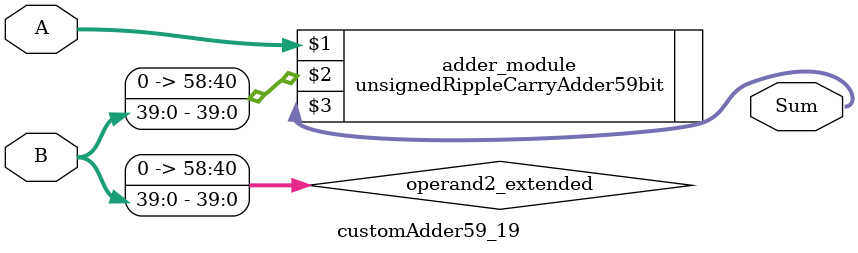
<source format=v>
module customAdder59_19(
                        input [58 : 0] A,
                        input [39 : 0] B,
                        
                        output [59 : 0] Sum
                );

        wire [58 : 0] operand2_extended;
        
        assign operand2_extended =  {19'b0, B};
        
        unsignedRippleCarryAdder59bit adder_module(
            A,
            operand2_extended,
            Sum
        );
        
        endmodule
        
</source>
